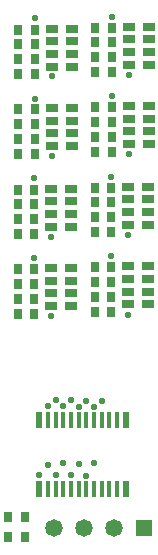
<source format=gts>
%FSLAX44Y44*%
%MOMM*%
G71*
G01*
G75*
G04 Layer_Color=8388736*
%ADD10R,1.0000X0.7250*%
%ADD11R,0.8000X0.9000*%
%ADD12R,0.6000X1.3500*%
%ADD13R,0.4000X1.3500*%
%ADD14C,0.5000*%
%ADD15C,0.2540*%
%ADD16C,0.2000*%
%ADD17R,1.5000X1.5000*%
%ADD18C,1.5000*%
%ADD19C,0.6000*%
%ADD20R,0.9800X0.7050*%
%ADD21R,0.7800X0.8800*%
%ADD22R,0.5800X1.3300*%
%ADD23R,0.3800X1.3300*%
%ADD24R,1.4800X1.4800*%
%ADD25C,1.4800*%
%ADD26C,0.5800*%
D20*
X566810Y1161655D02*
D03*
Y1150905D02*
D03*
Y1140155D02*
D03*
Y1129405D02*
D03*
X583810Y1161655D02*
D03*
Y1150905D02*
D03*
Y1140155D02*
D03*
Y1129405D02*
D03*
X566562Y1026160D02*
D03*
Y1015410D02*
D03*
Y1004660D02*
D03*
Y993910D02*
D03*
X583562Y1026160D02*
D03*
Y1015410D02*
D03*
Y1004660D02*
D03*
Y993910D02*
D03*
X566562Y1093470D02*
D03*
Y1082720D02*
D03*
Y1071970D02*
D03*
Y1061220D02*
D03*
X583562Y1093470D02*
D03*
Y1082720D02*
D03*
Y1071970D02*
D03*
Y1061220D02*
D03*
X631722Y1027825D02*
D03*
Y1017075D02*
D03*
Y1006325D02*
D03*
Y995575D02*
D03*
X648722Y1027825D02*
D03*
Y1017075D02*
D03*
Y1006325D02*
D03*
Y995575D02*
D03*
X566810Y1228965D02*
D03*
Y1218215D02*
D03*
Y1207465D02*
D03*
Y1196715D02*
D03*
X583810Y1228965D02*
D03*
Y1218215D02*
D03*
Y1207465D02*
D03*
Y1196715D02*
D03*
X631970Y1163320D02*
D03*
Y1152570D02*
D03*
Y1141820D02*
D03*
Y1131070D02*
D03*
X648970Y1163320D02*
D03*
Y1152570D02*
D03*
Y1141820D02*
D03*
Y1131070D02*
D03*
X631722Y1095135D02*
D03*
Y1084385D02*
D03*
Y1073635D02*
D03*
Y1062885D02*
D03*
X648722Y1095135D02*
D03*
Y1084385D02*
D03*
Y1073635D02*
D03*
Y1062885D02*
D03*
X631970Y1230630D02*
D03*
Y1219880D02*
D03*
Y1209130D02*
D03*
Y1198380D02*
D03*
X648970Y1230630D02*
D03*
Y1219880D02*
D03*
Y1209130D02*
D03*
Y1198380D02*
D03*
D21*
X552480Y1160780D02*
D03*
X538480D02*
D03*
X552480Y1148455D02*
D03*
X538480D02*
D03*
Y1190365D02*
D03*
X552480D02*
D03*
X603640Y1137420D02*
D03*
X617640D02*
D03*
X538480Y1135755D02*
D03*
X552480D02*
D03*
X603640Y1124720D02*
D03*
X617640D02*
D03*
X538480Y1123055D02*
D03*
X552480D02*
D03*
Y1228090D02*
D03*
X538480D02*
D03*
Y1203065D02*
D03*
X552480D02*
D03*
Y1215765D02*
D03*
X538480D02*
D03*
X603392Y1081935D02*
D03*
X617392D02*
D03*
X603640Y1192030D02*
D03*
X617640D02*
D03*
X603640Y1162445D02*
D03*
X617640D02*
D03*
X603392Y1069235D02*
D03*
X617392D02*
D03*
X603392Y1094260D02*
D03*
X617392D02*
D03*
X603392Y1056535D02*
D03*
X617392D02*
D03*
X603640Y1204730D02*
D03*
X617640D02*
D03*
Y1217430D02*
D03*
X603640D02*
D03*
X617640Y1229755D02*
D03*
X603640D02*
D03*
X538232Y1054870D02*
D03*
X552232D02*
D03*
X530210Y815340D02*
D03*
X544210D02*
D03*
X530210Y798830D02*
D03*
X544210D02*
D03*
X538232Y1025285D02*
D03*
X552232D02*
D03*
X538232Y987560D02*
D03*
X552232D02*
D03*
X538232Y1000260D02*
D03*
X552232D02*
D03*
X603392Y1001925D02*
D03*
X617392D02*
D03*
X603392Y1026950D02*
D03*
X617392D02*
D03*
X603392Y1014625D02*
D03*
X617392D02*
D03*
X538232Y1092595D02*
D03*
X552232D02*
D03*
X538232Y1080270D02*
D03*
X552232D02*
D03*
X538232Y1012960D02*
D03*
X552232D02*
D03*
X603392Y989225D02*
D03*
X617392D02*
D03*
X603640Y1150120D02*
D03*
X617640D02*
D03*
X538232Y1067570D02*
D03*
X552232D02*
D03*
D22*
X629650Y897890D02*
D03*
X556150D02*
D03*
X629650Y839390D02*
D03*
X556150D02*
D03*
D23*
X622150Y897890D02*
D03*
X615650D02*
D03*
X609150D02*
D03*
X602650D02*
D03*
X596150D02*
D03*
X589650D02*
D03*
X583150D02*
D03*
X576650D02*
D03*
X570150D02*
D03*
X563650D02*
D03*
X622150Y839390D02*
D03*
X615650D02*
D03*
X609150D02*
D03*
X602650D02*
D03*
X596150D02*
D03*
X589650D02*
D03*
X583150D02*
D03*
X576650D02*
D03*
X570150D02*
D03*
X563650D02*
D03*
D24*
X645160Y806450D02*
D03*
D25*
X619760D02*
D03*
X594360D02*
D03*
X568960D02*
D03*
D26*
X552480Y1238220D02*
D03*
X617640Y1239100D02*
D03*
Y1171790D02*
D03*
X552232Y1102142D02*
D03*
X617392Y1103458D02*
D03*
X552232Y1034832D02*
D03*
X617392Y1036148D02*
D03*
X552480Y1169670D02*
D03*
X566810Y1188720D02*
D03*
X631970Y1189990D02*
D03*
X566810Y1121410D02*
D03*
X631970Y1123170D02*
D03*
X566562Y1052830D02*
D03*
X631722Y1054100D02*
D03*
X566562Y985520D02*
D03*
X631722Y986790D02*
D03*
X570150Y850820D02*
D03*
X583150Y850680D02*
D03*
X596150Y850380D02*
D03*
X563650Y909090D02*
D03*
X570150Y914320D02*
D03*
X576650Y909250D02*
D03*
X583150Y914180D02*
D03*
X589650Y908950D02*
D03*
X596150Y913880D02*
D03*
X602650Y908650D02*
D03*
X609150Y913580D02*
D03*
X556150Y850900D02*
D03*
X576650Y861060D02*
D03*
X589650Y860690D02*
D03*
X602650Y861060D02*
D03*
X563650Y859790D02*
D03*
M02*

</source>
